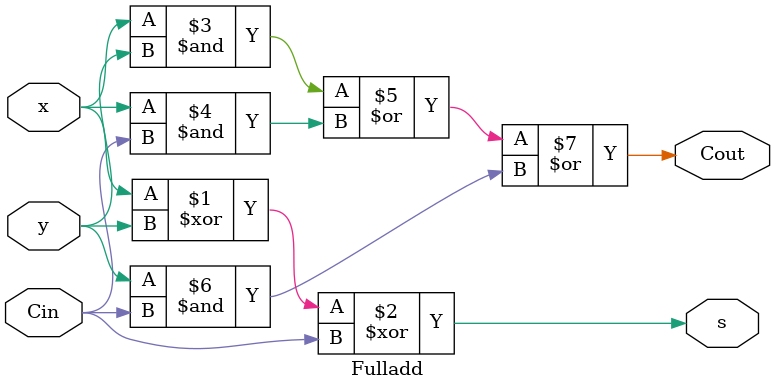
<source format=v>
`timescale 1ns / 1ps


module Fulladd(Cin, x, y, s, Cout);
    input Cin, x, y;
    output s, Cout;
    assign s=x^y^Cin;
    assign Cout=(x&y)|(x&Cin)|(y&Cin);

endmodule

</source>
